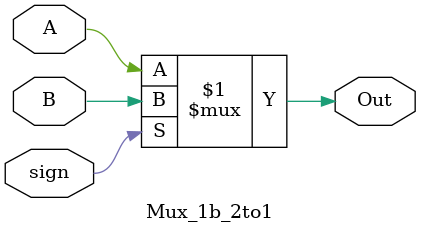
<source format=v>
module Mux_1b_2to1(A, B, sign, Out);
	
	input A, B, sign;
	output Out;
	
	assign Out = sign ? B : A;
	
endmodule

</source>
